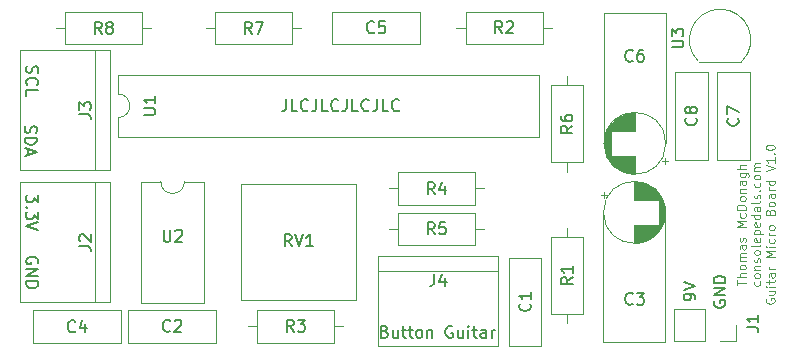
<source format=gbr>
G04 #@! TF.GenerationSoftware,KiCad,Pcbnew,(5.1.7)-1*
G04 #@! TF.CreationDate,2021-11-25T13:16:34-06:00*
G04 #@! TF.ProjectId,GuitarMicroBoard,47756974-6172-44d6-9963-726f426f6172,rev?*
G04 #@! TF.SameCoordinates,Original*
G04 #@! TF.FileFunction,Legend,Top*
G04 #@! TF.FilePolarity,Positive*
%FSLAX46Y46*%
G04 Gerber Fmt 4.6, Leading zero omitted, Abs format (unit mm)*
G04 Created by KiCad (PCBNEW (5.1.7)-1) date 2021-11-25 13:16:34*
%MOMM*%
%LPD*%
G01*
G04 APERTURE LIST*
%ADD10C,0.150000*%
%ADD11C,0.100000*%
%ADD12C,0.120000*%
G04 APERTURE END LIST*
D10*
X143208952Y-98131380D02*
X143208952Y-98845666D01*
X143161333Y-98988523D01*
X143066095Y-99083761D01*
X142923238Y-99131380D01*
X142828000Y-99131380D01*
X144161333Y-99131380D02*
X143685142Y-99131380D01*
X143685142Y-98131380D01*
X145066095Y-99036142D02*
X145018476Y-99083761D01*
X144875619Y-99131380D01*
X144780380Y-99131380D01*
X144637523Y-99083761D01*
X144542285Y-98988523D01*
X144494666Y-98893285D01*
X144447047Y-98702809D01*
X144447047Y-98559952D01*
X144494666Y-98369476D01*
X144542285Y-98274238D01*
X144637523Y-98179000D01*
X144780380Y-98131380D01*
X144875619Y-98131380D01*
X145018476Y-98179000D01*
X145066095Y-98226619D01*
X145780380Y-98131380D02*
X145780380Y-98845666D01*
X145732761Y-98988523D01*
X145637523Y-99083761D01*
X145494666Y-99131380D01*
X145399428Y-99131380D01*
X146732761Y-99131380D02*
X146256571Y-99131380D01*
X146256571Y-98131380D01*
X147637523Y-99036142D02*
X147589904Y-99083761D01*
X147447047Y-99131380D01*
X147351809Y-99131380D01*
X147208952Y-99083761D01*
X147113714Y-98988523D01*
X147066095Y-98893285D01*
X147018476Y-98702809D01*
X147018476Y-98559952D01*
X147066095Y-98369476D01*
X147113714Y-98274238D01*
X147208952Y-98179000D01*
X147351809Y-98131380D01*
X147447047Y-98131380D01*
X147589904Y-98179000D01*
X147637523Y-98226619D01*
X148351809Y-98131380D02*
X148351809Y-98845666D01*
X148304190Y-98988523D01*
X148208952Y-99083761D01*
X148066095Y-99131380D01*
X147970857Y-99131380D01*
X149304190Y-99131380D02*
X148828000Y-99131380D01*
X148828000Y-98131380D01*
X150208952Y-99036142D02*
X150161333Y-99083761D01*
X150018476Y-99131380D01*
X149923238Y-99131380D01*
X149780380Y-99083761D01*
X149685142Y-98988523D01*
X149637523Y-98893285D01*
X149589904Y-98702809D01*
X149589904Y-98559952D01*
X149637523Y-98369476D01*
X149685142Y-98274238D01*
X149780380Y-98179000D01*
X149923238Y-98131380D01*
X150018476Y-98131380D01*
X150161333Y-98179000D01*
X150208952Y-98226619D01*
X150923238Y-98131380D02*
X150923238Y-98845666D01*
X150875619Y-98988523D01*
X150780380Y-99083761D01*
X150637523Y-99131380D01*
X150542285Y-99131380D01*
X151875619Y-99131380D02*
X151399428Y-99131380D01*
X151399428Y-98131380D01*
X152780380Y-99036142D02*
X152732761Y-99083761D01*
X152589904Y-99131380D01*
X152494666Y-99131380D01*
X152351809Y-99083761D01*
X152256571Y-98988523D01*
X152208952Y-98893285D01*
X152161333Y-98702809D01*
X152161333Y-98559952D01*
X152208952Y-98369476D01*
X152256571Y-98274238D01*
X152351809Y-98179000D01*
X152494666Y-98131380D01*
X152589904Y-98131380D01*
X152732761Y-98179000D01*
X152780380Y-98226619D01*
X121134238Y-100385714D02*
X121086619Y-100528571D01*
X121086619Y-100766666D01*
X121134238Y-100861904D01*
X121181857Y-100909523D01*
X121277095Y-100957142D01*
X121372333Y-100957142D01*
X121467571Y-100909523D01*
X121515190Y-100861904D01*
X121562809Y-100766666D01*
X121610428Y-100576190D01*
X121658047Y-100480952D01*
X121705666Y-100433333D01*
X121800904Y-100385714D01*
X121896142Y-100385714D01*
X121991380Y-100433333D01*
X122039000Y-100480952D01*
X122086619Y-100576190D01*
X122086619Y-100814285D01*
X122039000Y-100957142D01*
X121086619Y-101385714D02*
X122086619Y-101385714D01*
X122086619Y-101623809D01*
X122039000Y-101766666D01*
X121943761Y-101861904D01*
X121848523Y-101909523D01*
X121658047Y-101957142D01*
X121515190Y-101957142D01*
X121324714Y-101909523D01*
X121229476Y-101861904D01*
X121134238Y-101766666D01*
X121086619Y-101623809D01*
X121086619Y-101385714D01*
X121372333Y-102338095D02*
X121372333Y-102814285D01*
X121086619Y-102242857D02*
X122086619Y-102576190D01*
X121086619Y-102909523D01*
X121261238Y-95329523D02*
X121213619Y-95472380D01*
X121213619Y-95710476D01*
X121261238Y-95805714D01*
X121308857Y-95853333D01*
X121404095Y-95900952D01*
X121499333Y-95900952D01*
X121594571Y-95853333D01*
X121642190Y-95805714D01*
X121689809Y-95710476D01*
X121737428Y-95520000D01*
X121785047Y-95424761D01*
X121832666Y-95377142D01*
X121927904Y-95329523D01*
X122023142Y-95329523D01*
X122118380Y-95377142D01*
X122166000Y-95424761D01*
X122213619Y-95520000D01*
X122213619Y-95758095D01*
X122166000Y-95900952D01*
X121308857Y-96900952D02*
X121261238Y-96853333D01*
X121213619Y-96710476D01*
X121213619Y-96615238D01*
X121261238Y-96472380D01*
X121356476Y-96377142D01*
X121451714Y-96329523D01*
X121642190Y-96281904D01*
X121785047Y-96281904D01*
X121975523Y-96329523D01*
X122070761Y-96377142D01*
X122166000Y-96472380D01*
X122213619Y-96615238D01*
X122213619Y-96710476D01*
X122166000Y-96853333D01*
X122118380Y-96900952D01*
X121213619Y-97805714D02*
X121213619Y-97329523D01*
X122213619Y-97329523D01*
X122166000Y-112014095D02*
X122213619Y-111918857D01*
X122213619Y-111776000D01*
X122166000Y-111633142D01*
X122070761Y-111537904D01*
X121975523Y-111490285D01*
X121785047Y-111442666D01*
X121642190Y-111442666D01*
X121451714Y-111490285D01*
X121356476Y-111537904D01*
X121261238Y-111633142D01*
X121213619Y-111776000D01*
X121213619Y-111871238D01*
X121261238Y-112014095D01*
X121308857Y-112061714D01*
X121642190Y-112061714D01*
X121642190Y-111871238D01*
X121213619Y-112490285D02*
X122213619Y-112490285D01*
X121213619Y-113061714D01*
X122213619Y-113061714D01*
X121213619Y-113537904D02*
X122213619Y-113537904D01*
X122213619Y-113776000D01*
X122166000Y-113918857D01*
X122070761Y-114014095D01*
X121975523Y-114061714D01*
X121785047Y-114109333D01*
X121642190Y-114109333D01*
X121451714Y-114061714D01*
X121356476Y-114014095D01*
X121261238Y-113918857D01*
X121213619Y-113776000D01*
X121213619Y-113537904D01*
X122213619Y-106219809D02*
X122213619Y-106838857D01*
X121832666Y-106505523D01*
X121832666Y-106648380D01*
X121785047Y-106743619D01*
X121737428Y-106791238D01*
X121642190Y-106838857D01*
X121404095Y-106838857D01*
X121308857Y-106791238D01*
X121261238Y-106743619D01*
X121213619Y-106648380D01*
X121213619Y-106362666D01*
X121261238Y-106267428D01*
X121308857Y-106219809D01*
X121308857Y-107267428D02*
X121261238Y-107315047D01*
X121213619Y-107267428D01*
X121261238Y-107219809D01*
X121308857Y-107267428D01*
X121213619Y-107267428D01*
X122213619Y-107648380D02*
X122213619Y-108267428D01*
X121832666Y-107934095D01*
X121832666Y-108076952D01*
X121785047Y-108172190D01*
X121737428Y-108219809D01*
X121642190Y-108267428D01*
X121404095Y-108267428D01*
X121308857Y-108219809D01*
X121261238Y-108172190D01*
X121213619Y-108076952D01*
X121213619Y-107791238D01*
X121261238Y-107696000D01*
X121308857Y-107648380D01*
X122213619Y-108553142D02*
X121213619Y-108886476D01*
X122213619Y-109219809D01*
X157273809Y-117356000D02*
X157178571Y-117308380D01*
X157035714Y-117308380D01*
X156892857Y-117356000D01*
X156797619Y-117451238D01*
X156750000Y-117546476D01*
X156702380Y-117736952D01*
X156702380Y-117879809D01*
X156750000Y-118070285D01*
X156797619Y-118165523D01*
X156892857Y-118260761D01*
X157035714Y-118308380D01*
X157130952Y-118308380D01*
X157273809Y-118260761D01*
X157321428Y-118213142D01*
X157321428Y-117879809D01*
X157130952Y-117879809D01*
X158178571Y-117641714D02*
X158178571Y-118308380D01*
X157750000Y-117641714D02*
X157750000Y-118165523D01*
X157797619Y-118260761D01*
X157892857Y-118308380D01*
X158035714Y-118308380D01*
X158130952Y-118260761D01*
X158178571Y-118213142D01*
X158654761Y-118308380D02*
X158654761Y-117641714D01*
X158654761Y-117308380D02*
X158607142Y-117356000D01*
X158654761Y-117403619D01*
X158702380Y-117356000D01*
X158654761Y-117308380D01*
X158654761Y-117403619D01*
X158988095Y-117641714D02*
X159369047Y-117641714D01*
X159130952Y-117308380D02*
X159130952Y-118165523D01*
X159178571Y-118260761D01*
X159273809Y-118308380D01*
X159369047Y-118308380D01*
X160130952Y-118308380D02*
X160130952Y-117784571D01*
X160083333Y-117689333D01*
X159988095Y-117641714D01*
X159797619Y-117641714D01*
X159702380Y-117689333D01*
X160130952Y-118260761D02*
X160035714Y-118308380D01*
X159797619Y-118308380D01*
X159702380Y-118260761D01*
X159654761Y-118165523D01*
X159654761Y-118070285D01*
X159702380Y-117975047D01*
X159797619Y-117927428D01*
X160035714Y-117927428D01*
X160130952Y-117879809D01*
X160607142Y-118308380D02*
X160607142Y-117641714D01*
X160607142Y-117832190D02*
X160654761Y-117736952D01*
X160702380Y-117689333D01*
X160797619Y-117641714D01*
X160892857Y-117641714D01*
X151558857Y-117784571D02*
X151701714Y-117832190D01*
X151749333Y-117879809D01*
X151796952Y-117975047D01*
X151796952Y-118117904D01*
X151749333Y-118213142D01*
X151701714Y-118260761D01*
X151606476Y-118308380D01*
X151225523Y-118308380D01*
X151225523Y-117308380D01*
X151558857Y-117308380D01*
X151654095Y-117356000D01*
X151701714Y-117403619D01*
X151749333Y-117498857D01*
X151749333Y-117594095D01*
X151701714Y-117689333D01*
X151654095Y-117736952D01*
X151558857Y-117784571D01*
X151225523Y-117784571D01*
X152654095Y-117641714D02*
X152654095Y-118308380D01*
X152225523Y-117641714D02*
X152225523Y-118165523D01*
X152273142Y-118260761D01*
X152368380Y-118308380D01*
X152511238Y-118308380D01*
X152606476Y-118260761D01*
X152654095Y-118213142D01*
X152987428Y-117641714D02*
X153368380Y-117641714D01*
X153130285Y-117308380D02*
X153130285Y-118165523D01*
X153177904Y-118260761D01*
X153273142Y-118308380D01*
X153368380Y-118308380D01*
X153558857Y-117641714D02*
X153939809Y-117641714D01*
X153701714Y-117308380D02*
X153701714Y-118165523D01*
X153749333Y-118260761D01*
X153844571Y-118308380D01*
X153939809Y-118308380D01*
X154416000Y-118308380D02*
X154320761Y-118260761D01*
X154273142Y-118213142D01*
X154225523Y-118117904D01*
X154225523Y-117832190D01*
X154273142Y-117736952D01*
X154320761Y-117689333D01*
X154416000Y-117641714D01*
X154558857Y-117641714D01*
X154654095Y-117689333D01*
X154701714Y-117736952D01*
X154749333Y-117832190D01*
X154749333Y-118117904D01*
X154701714Y-118213142D01*
X154654095Y-118260761D01*
X154558857Y-118308380D01*
X154416000Y-118308380D01*
X155177904Y-117641714D02*
X155177904Y-118308380D01*
X155177904Y-117736952D02*
X155225523Y-117689333D01*
X155320761Y-117641714D01*
X155463619Y-117641714D01*
X155558857Y-117689333D01*
X155606476Y-117784571D01*
X155606476Y-118308380D01*
X179459000Y-115188904D02*
X179411380Y-115284142D01*
X179411380Y-115427000D01*
X179459000Y-115569857D01*
X179554238Y-115665095D01*
X179649476Y-115712714D01*
X179839952Y-115760333D01*
X179982809Y-115760333D01*
X180173285Y-115712714D01*
X180268523Y-115665095D01*
X180363761Y-115569857D01*
X180411380Y-115427000D01*
X180411380Y-115331761D01*
X180363761Y-115188904D01*
X180316142Y-115141285D01*
X179982809Y-115141285D01*
X179982809Y-115331761D01*
X180411380Y-114712714D02*
X179411380Y-114712714D01*
X180411380Y-114141285D01*
X179411380Y-114141285D01*
X180411380Y-113665095D02*
X179411380Y-113665095D01*
X179411380Y-113427000D01*
X179459000Y-113284142D01*
X179554238Y-113188904D01*
X179649476Y-113141285D01*
X179839952Y-113093666D01*
X179982809Y-113093666D01*
X180173285Y-113141285D01*
X180268523Y-113188904D01*
X180363761Y-113284142D01*
X180411380Y-113427000D01*
X180411380Y-113665095D01*
X177871380Y-115046047D02*
X177871380Y-114855571D01*
X177823761Y-114760333D01*
X177776142Y-114712714D01*
X177633285Y-114617476D01*
X177442809Y-114569857D01*
X177061857Y-114569857D01*
X176966619Y-114617476D01*
X176919000Y-114665095D01*
X176871380Y-114760333D01*
X176871380Y-114950809D01*
X176919000Y-115046047D01*
X176966619Y-115093666D01*
X177061857Y-115141285D01*
X177299952Y-115141285D01*
X177395190Y-115093666D01*
X177442809Y-115046047D01*
X177490428Y-114950809D01*
X177490428Y-114760333D01*
X177442809Y-114665095D01*
X177395190Y-114617476D01*
X177299952Y-114569857D01*
X176871380Y-114284142D02*
X177871380Y-113950809D01*
X176871380Y-113617476D01*
D11*
X181371285Y-113854857D02*
X181371285Y-113426285D01*
X182121285Y-113640571D02*
X181371285Y-113640571D01*
X182121285Y-113176285D02*
X181371285Y-113176285D01*
X182121285Y-112854857D02*
X181728428Y-112854857D01*
X181657000Y-112890571D01*
X181621285Y-112962000D01*
X181621285Y-113069142D01*
X181657000Y-113140571D01*
X181692714Y-113176285D01*
X182121285Y-112390571D02*
X182085571Y-112462000D01*
X182049857Y-112497714D01*
X181978428Y-112533428D01*
X181764142Y-112533428D01*
X181692714Y-112497714D01*
X181657000Y-112462000D01*
X181621285Y-112390571D01*
X181621285Y-112283428D01*
X181657000Y-112212000D01*
X181692714Y-112176285D01*
X181764142Y-112140571D01*
X181978428Y-112140571D01*
X182049857Y-112176285D01*
X182085571Y-112212000D01*
X182121285Y-112283428D01*
X182121285Y-112390571D01*
X182121285Y-111819142D02*
X181621285Y-111819142D01*
X181692714Y-111819142D02*
X181657000Y-111783428D01*
X181621285Y-111712000D01*
X181621285Y-111604857D01*
X181657000Y-111533428D01*
X181728428Y-111497714D01*
X182121285Y-111497714D01*
X181728428Y-111497714D02*
X181657000Y-111462000D01*
X181621285Y-111390571D01*
X181621285Y-111283428D01*
X181657000Y-111212000D01*
X181728428Y-111176285D01*
X182121285Y-111176285D01*
X182121285Y-110497714D02*
X181728428Y-110497714D01*
X181657000Y-110533428D01*
X181621285Y-110604857D01*
X181621285Y-110747714D01*
X181657000Y-110819142D01*
X182085571Y-110497714D02*
X182121285Y-110569142D01*
X182121285Y-110747714D01*
X182085571Y-110819142D01*
X182014142Y-110854857D01*
X181942714Y-110854857D01*
X181871285Y-110819142D01*
X181835571Y-110747714D01*
X181835571Y-110569142D01*
X181799857Y-110497714D01*
X182085571Y-110176285D02*
X182121285Y-110104857D01*
X182121285Y-109962000D01*
X182085571Y-109890571D01*
X182014142Y-109854857D01*
X181978428Y-109854857D01*
X181907000Y-109890571D01*
X181871285Y-109962000D01*
X181871285Y-110069142D01*
X181835571Y-110140571D01*
X181764142Y-110176285D01*
X181728428Y-110176285D01*
X181657000Y-110140571D01*
X181621285Y-110069142D01*
X181621285Y-109962000D01*
X181657000Y-109890571D01*
X182121285Y-108962000D02*
X181371285Y-108962000D01*
X181907000Y-108712000D01*
X181371285Y-108462000D01*
X182121285Y-108462000D01*
X182085571Y-107783428D02*
X182121285Y-107854857D01*
X182121285Y-107997714D01*
X182085571Y-108069142D01*
X182049857Y-108104857D01*
X181978428Y-108140571D01*
X181764142Y-108140571D01*
X181692714Y-108104857D01*
X181657000Y-108069142D01*
X181621285Y-107997714D01*
X181621285Y-107854857D01*
X181657000Y-107783428D01*
X182121285Y-107462000D02*
X181371285Y-107462000D01*
X181371285Y-107283428D01*
X181407000Y-107176285D01*
X181478428Y-107104857D01*
X181549857Y-107069142D01*
X181692714Y-107033428D01*
X181799857Y-107033428D01*
X181942714Y-107069142D01*
X182014142Y-107104857D01*
X182085571Y-107176285D01*
X182121285Y-107283428D01*
X182121285Y-107462000D01*
X182121285Y-106604857D02*
X182085571Y-106676285D01*
X182049857Y-106712000D01*
X181978428Y-106747714D01*
X181764142Y-106747714D01*
X181692714Y-106712000D01*
X181657000Y-106676285D01*
X181621285Y-106604857D01*
X181621285Y-106497714D01*
X181657000Y-106426285D01*
X181692714Y-106390571D01*
X181764142Y-106354857D01*
X181978428Y-106354857D01*
X182049857Y-106390571D01*
X182085571Y-106426285D01*
X182121285Y-106497714D01*
X182121285Y-106604857D01*
X181621285Y-106033428D02*
X182121285Y-106033428D01*
X181692714Y-106033428D02*
X181657000Y-105997714D01*
X181621285Y-105926285D01*
X181621285Y-105819142D01*
X181657000Y-105747714D01*
X181728428Y-105712000D01*
X182121285Y-105712000D01*
X182121285Y-105033428D02*
X181728428Y-105033428D01*
X181657000Y-105069142D01*
X181621285Y-105140571D01*
X181621285Y-105283428D01*
X181657000Y-105354857D01*
X182085571Y-105033428D02*
X182121285Y-105104857D01*
X182121285Y-105283428D01*
X182085571Y-105354857D01*
X182014142Y-105390571D01*
X181942714Y-105390571D01*
X181871285Y-105354857D01*
X181835571Y-105283428D01*
X181835571Y-105104857D01*
X181799857Y-105033428D01*
X181621285Y-104354857D02*
X182228428Y-104354857D01*
X182299857Y-104390571D01*
X182335571Y-104426285D01*
X182371285Y-104497714D01*
X182371285Y-104604857D01*
X182335571Y-104676285D01*
X182085571Y-104354857D02*
X182121285Y-104426285D01*
X182121285Y-104569142D01*
X182085571Y-104640571D01*
X182049857Y-104676285D01*
X181978428Y-104712000D01*
X181764142Y-104712000D01*
X181692714Y-104676285D01*
X181657000Y-104640571D01*
X181621285Y-104569142D01*
X181621285Y-104426285D01*
X181657000Y-104354857D01*
X182121285Y-103997714D02*
X181371285Y-103997714D01*
X182121285Y-103676285D02*
X181728428Y-103676285D01*
X181657000Y-103712000D01*
X181621285Y-103783428D01*
X181621285Y-103890571D01*
X181657000Y-103962000D01*
X181692714Y-103997714D01*
X183310571Y-113551285D02*
X183346285Y-113622714D01*
X183346285Y-113765571D01*
X183310571Y-113837000D01*
X183274857Y-113872714D01*
X183203428Y-113908428D01*
X182989142Y-113908428D01*
X182917714Y-113872714D01*
X182882000Y-113837000D01*
X182846285Y-113765571D01*
X182846285Y-113622714D01*
X182882000Y-113551285D01*
X183346285Y-113122714D02*
X183310571Y-113194142D01*
X183274857Y-113229857D01*
X183203428Y-113265571D01*
X182989142Y-113265571D01*
X182917714Y-113229857D01*
X182882000Y-113194142D01*
X182846285Y-113122714D01*
X182846285Y-113015571D01*
X182882000Y-112944142D01*
X182917714Y-112908428D01*
X182989142Y-112872714D01*
X183203428Y-112872714D01*
X183274857Y-112908428D01*
X183310571Y-112944142D01*
X183346285Y-113015571D01*
X183346285Y-113122714D01*
X182846285Y-112551285D02*
X183346285Y-112551285D01*
X182917714Y-112551285D02*
X182882000Y-112515571D01*
X182846285Y-112444142D01*
X182846285Y-112337000D01*
X182882000Y-112265571D01*
X182953428Y-112229857D01*
X183346285Y-112229857D01*
X183310571Y-111908428D02*
X183346285Y-111837000D01*
X183346285Y-111694142D01*
X183310571Y-111622714D01*
X183239142Y-111587000D01*
X183203428Y-111587000D01*
X183132000Y-111622714D01*
X183096285Y-111694142D01*
X183096285Y-111801285D01*
X183060571Y-111872714D01*
X182989142Y-111908428D01*
X182953428Y-111908428D01*
X182882000Y-111872714D01*
X182846285Y-111801285D01*
X182846285Y-111694142D01*
X182882000Y-111622714D01*
X183346285Y-111158428D02*
X183310571Y-111229857D01*
X183274857Y-111265571D01*
X183203428Y-111301285D01*
X182989142Y-111301285D01*
X182917714Y-111265571D01*
X182882000Y-111229857D01*
X182846285Y-111158428D01*
X182846285Y-111051285D01*
X182882000Y-110979857D01*
X182917714Y-110944142D01*
X182989142Y-110908428D01*
X183203428Y-110908428D01*
X183274857Y-110944142D01*
X183310571Y-110979857D01*
X183346285Y-111051285D01*
X183346285Y-111158428D01*
X183346285Y-110479857D02*
X183310571Y-110551285D01*
X183239142Y-110587000D01*
X182596285Y-110587000D01*
X183310571Y-109908428D02*
X183346285Y-109979857D01*
X183346285Y-110122714D01*
X183310571Y-110194142D01*
X183239142Y-110229857D01*
X182953428Y-110229857D01*
X182882000Y-110194142D01*
X182846285Y-110122714D01*
X182846285Y-109979857D01*
X182882000Y-109908428D01*
X182953428Y-109872714D01*
X183024857Y-109872714D01*
X183096285Y-110229857D01*
X182846285Y-109551285D02*
X183596285Y-109551285D01*
X182882000Y-109551285D02*
X182846285Y-109479857D01*
X182846285Y-109337000D01*
X182882000Y-109265571D01*
X182917714Y-109229857D01*
X182989142Y-109194142D01*
X183203428Y-109194142D01*
X183274857Y-109229857D01*
X183310571Y-109265571D01*
X183346285Y-109337000D01*
X183346285Y-109479857D01*
X183310571Y-109551285D01*
X183310571Y-108587000D02*
X183346285Y-108658428D01*
X183346285Y-108801285D01*
X183310571Y-108872714D01*
X183239142Y-108908428D01*
X182953428Y-108908428D01*
X182882000Y-108872714D01*
X182846285Y-108801285D01*
X182846285Y-108658428D01*
X182882000Y-108587000D01*
X182953428Y-108551285D01*
X183024857Y-108551285D01*
X183096285Y-108908428D01*
X183346285Y-107908428D02*
X182596285Y-107908428D01*
X183310571Y-107908428D02*
X183346285Y-107979857D01*
X183346285Y-108122714D01*
X183310571Y-108194142D01*
X183274857Y-108229857D01*
X183203428Y-108265571D01*
X182989142Y-108265571D01*
X182917714Y-108229857D01*
X182882000Y-108194142D01*
X182846285Y-108122714D01*
X182846285Y-107979857D01*
X182882000Y-107908428D01*
X183346285Y-107229857D02*
X182953428Y-107229857D01*
X182882000Y-107265571D01*
X182846285Y-107337000D01*
X182846285Y-107479857D01*
X182882000Y-107551285D01*
X183310571Y-107229857D02*
X183346285Y-107301285D01*
X183346285Y-107479857D01*
X183310571Y-107551285D01*
X183239142Y-107587000D01*
X183167714Y-107587000D01*
X183096285Y-107551285D01*
X183060571Y-107479857D01*
X183060571Y-107301285D01*
X183024857Y-107229857D01*
X183346285Y-106765571D02*
X183310571Y-106837000D01*
X183239142Y-106872714D01*
X182596285Y-106872714D01*
X183310571Y-106515571D02*
X183346285Y-106444142D01*
X183346285Y-106301285D01*
X183310571Y-106229857D01*
X183239142Y-106194142D01*
X183203428Y-106194142D01*
X183132000Y-106229857D01*
X183096285Y-106301285D01*
X183096285Y-106408428D01*
X183060571Y-106479857D01*
X182989142Y-106515571D01*
X182953428Y-106515571D01*
X182882000Y-106479857D01*
X182846285Y-106408428D01*
X182846285Y-106301285D01*
X182882000Y-106229857D01*
X183274857Y-105872714D02*
X183310571Y-105837000D01*
X183346285Y-105872714D01*
X183310571Y-105908428D01*
X183274857Y-105872714D01*
X183346285Y-105872714D01*
X183310571Y-105194142D02*
X183346285Y-105265571D01*
X183346285Y-105408428D01*
X183310571Y-105479857D01*
X183274857Y-105515571D01*
X183203428Y-105551285D01*
X182989142Y-105551285D01*
X182917714Y-105515571D01*
X182882000Y-105479857D01*
X182846285Y-105408428D01*
X182846285Y-105265571D01*
X182882000Y-105194142D01*
X183346285Y-104765571D02*
X183310571Y-104837000D01*
X183274857Y-104872714D01*
X183203428Y-104908428D01*
X182989142Y-104908428D01*
X182917714Y-104872714D01*
X182882000Y-104837000D01*
X182846285Y-104765571D01*
X182846285Y-104658428D01*
X182882000Y-104587000D01*
X182917714Y-104551285D01*
X182989142Y-104515571D01*
X183203428Y-104515571D01*
X183274857Y-104551285D01*
X183310571Y-104587000D01*
X183346285Y-104658428D01*
X183346285Y-104765571D01*
X183346285Y-104194142D02*
X182846285Y-104194142D01*
X182917714Y-104194142D02*
X182882000Y-104158428D01*
X182846285Y-104087000D01*
X182846285Y-103979857D01*
X182882000Y-103908428D01*
X182953428Y-103872714D01*
X183346285Y-103872714D01*
X182953428Y-103872714D02*
X182882000Y-103837000D01*
X182846285Y-103765571D01*
X182846285Y-103658428D01*
X182882000Y-103587000D01*
X182953428Y-103551285D01*
X183346285Y-103551285D01*
X183857000Y-115015571D02*
X183821285Y-115087000D01*
X183821285Y-115194142D01*
X183857000Y-115301285D01*
X183928428Y-115372714D01*
X183999857Y-115408428D01*
X184142714Y-115444142D01*
X184249857Y-115444142D01*
X184392714Y-115408428D01*
X184464142Y-115372714D01*
X184535571Y-115301285D01*
X184571285Y-115194142D01*
X184571285Y-115122714D01*
X184535571Y-115015571D01*
X184499857Y-114979857D01*
X184249857Y-114979857D01*
X184249857Y-115122714D01*
X184071285Y-114337000D02*
X184571285Y-114337000D01*
X184071285Y-114658428D02*
X184464142Y-114658428D01*
X184535571Y-114622714D01*
X184571285Y-114551285D01*
X184571285Y-114444142D01*
X184535571Y-114372714D01*
X184499857Y-114337000D01*
X184571285Y-113979857D02*
X184071285Y-113979857D01*
X183821285Y-113979857D02*
X183857000Y-114015571D01*
X183892714Y-113979857D01*
X183857000Y-113944142D01*
X183821285Y-113979857D01*
X183892714Y-113979857D01*
X184071285Y-113729857D02*
X184071285Y-113444142D01*
X183821285Y-113622714D02*
X184464142Y-113622714D01*
X184535571Y-113587000D01*
X184571285Y-113515571D01*
X184571285Y-113444142D01*
X184571285Y-112872714D02*
X184178428Y-112872714D01*
X184107000Y-112908428D01*
X184071285Y-112979857D01*
X184071285Y-113122714D01*
X184107000Y-113194142D01*
X184535571Y-112872714D02*
X184571285Y-112944142D01*
X184571285Y-113122714D01*
X184535571Y-113194142D01*
X184464142Y-113229857D01*
X184392714Y-113229857D01*
X184321285Y-113194142D01*
X184285571Y-113122714D01*
X184285571Y-112944142D01*
X184249857Y-112872714D01*
X184571285Y-112515571D02*
X184071285Y-112515571D01*
X184214142Y-112515571D02*
X184142714Y-112479857D01*
X184107000Y-112444142D01*
X184071285Y-112372714D01*
X184071285Y-112301285D01*
X184571285Y-111479857D02*
X183821285Y-111479857D01*
X184357000Y-111229857D01*
X183821285Y-110979857D01*
X184571285Y-110979857D01*
X184571285Y-110622714D02*
X184071285Y-110622714D01*
X183821285Y-110622714D02*
X183857000Y-110658428D01*
X183892714Y-110622714D01*
X183857000Y-110587000D01*
X183821285Y-110622714D01*
X183892714Y-110622714D01*
X184535571Y-109944142D02*
X184571285Y-110015571D01*
X184571285Y-110158428D01*
X184535571Y-110229857D01*
X184499857Y-110265571D01*
X184428428Y-110301285D01*
X184214142Y-110301285D01*
X184142714Y-110265571D01*
X184107000Y-110229857D01*
X184071285Y-110158428D01*
X184071285Y-110015571D01*
X184107000Y-109944142D01*
X184571285Y-109622714D02*
X184071285Y-109622714D01*
X184214142Y-109622714D02*
X184142714Y-109587000D01*
X184107000Y-109551285D01*
X184071285Y-109479857D01*
X184071285Y-109408428D01*
X184571285Y-109051285D02*
X184535571Y-109122714D01*
X184499857Y-109158428D01*
X184428428Y-109194142D01*
X184214142Y-109194142D01*
X184142714Y-109158428D01*
X184107000Y-109122714D01*
X184071285Y-109051285D01*
X184071285Y-108944142D01*
X184107000Y-108872714D01*
X184142714Y-108837000D01*
X184214142Y-108801285D01*
X184428428Y-108801285D01*
X184499857Y-108837000D01*
X184535571Y-108872714D01*
X184571285Y-108944142D01*
X184571285Y-109051285D01*
X184178428Y-107658428D02*
X184214142Y-107551285D01*
X184249857Y-107515571D01*
X184321285Y-107479857D01*
X184428428Y-107479857D01*
X184499857Y-107515571D01*
X184535571Y-107551285D01*
X184571285Y-107622714D01*
X184571285Y-107908428D01*
X183821285Y-107908428D01*
X183821285Y-107658428D01*
X183857000Y-107587000D01*
X183892714Y-107551285D01*
X183964142Y-107515571D01*
X184035571Y-107515571D01*
X184107000Y-107551285D01*
X184142714Y-107587000D01*
X184178428Y-107658428D01*
X184178428Y-107908428D01*
X184571285Y-107051285D02*
X184535571Y-107122714D01*
X184499857Y-107158428D01*
X184428428Y-107194142D01*
X184214142Y-107194142D01*
X184142714Y-107158428D01*
X184107000Y-107122714D01*
X184071285Y-107051285D01*
X184071285Y-106944142D01*
X184107000Y-106872714D01*
X184142714Y-106837000D01*
X184214142Y-106801285D01*
X184428428Y-106801285D01*
X184499857Y-106837000D01*
X184535571Y-106872714D01*
X184571285Y-106944142D01*
X184571285Y-107051285D01*
X184571285Y-106158428D02*
X184178428Y-106158428D01*
X184107000Y-106194142D01*
X184071285Y-106265571D01*
X184071285Y-106408428D01*
X184107000Y-106479857D01*
X184535571Y-106158428D02*
X184571285Y-106229857D01*
X184571285Y-106408428D01*
X184535571Y-106479857D01*
X184464142Y-106515571D01*
X184392714Y-106515571D01*
X184321285Y-106479857D01*
X184285571Y-106408428D01*
X184285571Y-106229857D01*
X184249857Y-106158428D01*
X184571285Y-105801285D02*
X184071285Y-105801285D01*
X184214142Y-105801285D02*
X184142714Y-105765571D01*
X184107000Y-105729857D01*
X184071285Y-105658428D01*
X184071285Y-105587000D01*
X184571285Y-105015571D02*
X183821285Y-105015571D01*
X184535571Y-105015571D02*
X184571285Y-105087000D01*
X184571285Y-105229857D01*
X184535571Y-105301285D01*
X184499857Y-105337000D01*
X184428428Y-105372714D01*
X184214142Y-105372714D01*
X184142714Y-105337000D01*
X184107000Y-105301285D01*
X184071285Y-105229857D01*
X184071285Y-105087000D01*
X184107000Y-105015571D01*
X183821285Y-104194142D02*
X184571285Y-103944142D01*
X183821285Y-103694142D01*
X184571285Y-103051285D02*
X184571285Y-103479857D01*
X184571285Y-103265571D02*
X183821285Y-103265571D01*
X183928428Y-103337000D01*
X183999857Y-103408428D01*
X184035571Y-103479857D01*
X184499857Y-102729857D02*
X184535571Y-102694142D01*
X184571285Y-102729857D01*
X184535571Y-102765571D01*
X184499857Y-102729857D01*
X184571285Y-102729857D01*
X183821285Y-102229857D02*
X183821285Y-102158428D01*
X183857000Y-102087000D01*
X183892714Y-102051285D01*
X183964142Y-102015571D01*
X184107000Y-101979857D01*
X184285571Y-101979857D01*
X184428428Y-102015571D01*
X184499857Y-102051285D01*
X184535571Y-102087000D01*
X184571285Y-102158428D01*
X184571285Y-102229857D01*
X184535571Y-102301285D01*
X184499857Y-102337000D01*
X184428428Y-102372714D01*
X184285571Y-102408428D01*
X184107000Y-102408428D01*
X183964142Y-102372714D01*
X183892714Y-102337000D01*
X183857000Y-102301285D01*
X183821285Y-102229857D01*
D12*
G04 #@! TO.C,C3*
X170084000Y-118696000D02*
X175324000Y-118696000D01*
X170084000Y-107696000D02*
X170084000Y-118696000D01*
X175324000Y-107696000D02*
X175324000Y-118696000D01*
X175324000Y-107696000D02*
G75*
G03*
X175324000Y-107696000I-2620000J0D01*
G01*
X172704000Y-108736000D02*
X172704000Y-110276000D01*
X172704000Y-105116000D02*
X172704000Y-106656000D01*
X172744000Y-108736000D02*
X172744000Y-110276000D01*
X172744000Y-105116000D02*
X172744000Y-106656000D01*
X172784000Y-105117000D02*
X172784000Y-106656000D01*
X172784000Y-108736000D02*
X172784000Y-110275000D01*
X172824000Y-105118000D02*
X172824000Y-106656000D01*
X172824000Y-108736000D02*
X172824000Y-110274000D01*
X172864000Y-105120000D02*
X172864000Y-106656000D01*
X172864000Y-108736000D02*
X172864000Y-110272000D01*
X172904000Y-105123000D02*
X172904000Y-106656000D01*
X172904000Y-108736000D02*
X172904000Y-110269000D01*
X172944000Y-105127000D02*
X172944000Y-106656000D01*
X172944000Y-108736000D02*
X172944000Y-110265000D01*
X172984000Y-105131000D02*
X172984000Y-106656000D01*
X172984000Y-108736000D02*
X172984000Y-110261000D01*
X173024000Y-105135000D02*
X173024000Y-106656000D01*
X173024000Y-108736000D02*
X173024000Y-110257000D01*
X173064000Y-105140000D02*
X173064000Y-106656000D01*
X173064000Y-108736000D02*
X173064000Y-110252000D01*
X173104000Y-105146000D02*
X173104000Y-106656000D01*
X173104000Y-108736000D02*
X173104000Y-110246000D01*
X173144000Y-105153000D02*
X173144000Y-106656000D01*
X173144000Y-108736000D02*
X173144000Y-110239000D01*
X173184000Y-105160000D02*
X173184000Y-106656000D01*
X173184000Y-108736000D02*
X173184000Y-110232000D01*
X173224000Y-105168000D02*
X173224000Y-106656000D01*
X173224000Y-108736000D02*
X173224000Y-110224000D01*
X173264000Y-105176000D02*
X173264000Y-106656000D01*
X173264000Y-108736000D02*
X173264000Y-110216000D01*
X173304000Y-105185000D02*
X173304000Y-106656000D01*
X173304000Y-108736000D02*
X173304000Y-110207000D01*
X173344000Y-105195000D02*
X173344000Y-106656000D01*
X173344000Y-108736000D02*
X173344000Y-110197000D01*
X173384000Y-105205000D02*
X173384000Y-106656000D01*
X173384000Y-108736000D02*
X173384000Y-110187000D01*
X173425000Y-105216000D02*
X173425000Y-106656000D01*
X173425000Y-108736000D02*
X173425000Y-110176000D01*
X173465000Y-105228000D02*
X173465000Y-106656000D01*
X173465000Y-108736000D02*
X173465000Y-110164000D01*
X173505000Y-105241000D02*
X173505000Y-106656000D01*
X173505000Y-108736000D02*
X173505000Y-110151000D01*
X173545000Y-105254000D02*
X173545000Y-106656000D01*
X173545000Y-108736000D02*
X173545000Y-110138000D01*
X173585000Y-105268000D02*
X173585000Y-106656000D01*
X173585000Y-108736000D02*
X173585000Y-110124000D01*
X173625000Y-105282000D02*
X173625000Y-106656000D01*
X173625000Y-108736000D02*
X173625000Y-110110000D01*
X173665000Y-105298000D02*
X173665000Y-106656000D01*
X173665000Y-108736000D02*
X173665000Y-110094000D01*
X173705000Y-105314000D02*
X173705000Y-106656000D01*
X173705000Y-108736000D02*
X173705000Y-110078000D01*
X173745000Y-105331000D02*
X173745000Y-106656000D01*
X173745000Y-108736000D02*
X173745000Y-110061000D01*
X173785000Y-105348000D02*
X173785000Y-106656000D01*
X173785000Y-108736000D02*
X173785000Y-110044000D01*
X173825000Y-105367000D02*
X173825000Y-106656000D01*
X173825000Y-108736000D02*
X173825000Y-110025000D01*
X173865000Y-105386000D02*
X173865000Y-106656000D01*
X173865000Y-108736000D02*
X173865000Y-110006000D01*
X173905000Y-105406000D02*
X173905000Y-106656000D01*
X173905000Y-108736000D02*
X173905000Y-109986000D01*
X173945000Y-105428000D02*
X173945000Y-106656000D01*
X173945000Y-108736000D02*
X173945000Y-109964000D01*
X173985000Y-105449000D02*
X173985000Y-106656000D01*
X173985000Y-108736000D02*
X173985000Y-109943000D01*
X174025000Y-105472000D02*
X174025000Y-106656000D01*
X174025000Y-108736000D02*
X174025000Y-109920000D01*
X174065000Y-105496000D02*
X174065000Y-106656000D01*
X174065000Y-108736000D02*
X174065000Y-109896000D01*
X174105000Y-105521000D02*
X174105000Y-106656000D01*
X174105000Y-108736000D02*
X174105000Y-109871000D01*
X174145000Y-105547000D02*
X174145000Y-106656000D01*
X174145000Y-108736000D02*
X174145000Y-109845000D01*
X174185000Y-105574000D02*
X174185000Y-106656000D01*
X174185000Y-108736000D02*
X174185000Y-109818000D01*
X174225000Y-105601000D02*
X174225000Y-106656000D01*
X174225000Y-108736000D02*
X174225000Y-109791000D01*
X174265000Y-105631000D02*
X174265000Y-106656000D01*
X174265000Y-108736000D02*
X174265000Y-109761000D01*
X174305000Y-105661000D02*
X174305000Y-106656000D01*
X174305000Y-108736000D02*
X174305000Y-109731000D01*
X174345000Y-105692000D02*
X174345000Y-106656000D01*
X174345000Y-108736000D02*
X174345000Y-109700000D01*
X174385000Y-105725000D02*
X174385000Y-106656000D01*
X174385000Y-108736000D02*
X174385000Y-109667000D01*
X174425000Y-105759000D02*
X174425000Y-106656000D01*
X174425000Y-108736000D02*
X174425000Y-109633000D01*
X174465000Y-105795000D02*
X174465000Y-106656000D01*
X174465000Y-108736000D02*
X174465000Y-109597000D01*
X174505000Y-105832000D02*
X174505000Y-106656000D01*
X174505000Y-108736000D02*
X174505000Y-109560000D01*
X174545000Y-105870000D02*
X174545000Y-106656000D01*
X174545000Y-108736000D02*
X174545000Y-109522000D01*
X174585000Y-105911000D02*
X174585000Y-106656000D01*
X174585000Y-108736000D02*
X174585000Y-109481000D01*
X174625000Y-105953000D02*
X174625000Y-106656000D01*
X174625000Y-108736000D02*
X174625000Y-109439000D01*
X174665000Y-105997000D02*
X174665000Y-106656000D01*
X174665000Y-108736000D02*
X174665000Y-109395000D01*
X174705000Y-106043000D02*
X174705000Y-106656000D01*
X174705000Y-108736000D02*
X174705000Y-109349000D01*
X174745000Y-106091000D02*
X174745000Y-109301000D01*
X174785000Y-106142000D02*
X174785000Y-109250000D01*
X174825000Y-106196000D02*
X174825000Y-109196000D01*
X174865000Y-106253000D02*
X174865000Y-109139000D01*
X174905000Y-106313000D02*
X174905000Y-109079000D01*
X174945000Y-106377000D02*
X174945000Y-109015000D01*
X174985000Y-106445000D02*
X174985000Y-108947000D01*
X175025000Y-106518000D02*
X175025000Y-108874000D01*
X175065000Y-106598000D02*
X175065000Y-108794000D01*
X175105000Y-106685000D02*
X175105000Y-108707000D01*
X175145000Y-106781000D02*
X175145000Y-108611000D01*
X175185000Y-106891000D02*
X175185000Y-108501000D01*
X175225000Y-107019000D02*
X175225000Y-108373000D01*
X175265000Y-107178000D02*
X175265000Y-108214000D01*
X175305000Y-107412000D02*
X175305000Y-107980000D01*
X169899225Y-106221000D02*
X170399225Y-106221000D01*
X170149225Y-105971000D02*
X170149225Y-106471000D01*
G04 #@! TO.C,C6*
X175290775Y-103579000D02*
X175290775Y-103079000D01*
X175540775Y-103329000D02*
X175040775Y-103329000D01*
X170135000Y-102138000D02*
X170135000Y-101570000D01*
X170175000Y-102372000D02*
X170175000Y-101336000D01*
X170215000Y-102531000D02*
X170215000Y-101177000D01*
X170255000Y-102659000D02*
X170255000Y-101049000D01*
X170295000Y-102769000D02*
X170295000Y-100939000D01*
X170335000Y-102865000D02*
X170335000Y-100843000D01*
X170375000Y-102952000D02*
X170375000Y-100756000D01*
X170415000Y-103032000D02*
X170415000Y-100676000D01*
X170455000Y-103105000D02*
X170455000Y-100603000D01*
X170495000Y-103173000D02*
X170495000Y-100535000D01*
X170535000Y-103237000D02*
X170535000Y-100471000D01*
X170575000Y-103297000D02*
X170575000Y-100411000D01*
X170615000Y-103354000D02*
X170615000Y-100354000D01*
X170655000Y-103408000D02*
X170655000Y-100300000D01*
X170695000Y-103459000D02*
X170695000Y-100249000D01*
X170735000Y-100814000D02*
X170735000Y-100201000D01*
X170735000Y-103507000D02*
X170735000Y-102894000D01*
X170775000Y-100814000D02*
X170775000Y-100155000D01*
X170775000Y-103553000D02*
X170775000Y-102894000D01*
X170815000Y-100814000D02*
X170815000Y-100111000D01*
X170815000Y-103597000D02*
X170815000Y-102894000D01*
X170855000Y-100814000D02*
X170855000Y-100069000D01*
X170855000Y-103639000D02*
X170855000Y-102894000D01*
X170895000Y-100814000D02*
X170895000Y-100028000D01*
X170895000Y-103680000D02*
X170895000Y-102894000D01*
X170935000Y-100814000D02*
X170935000Y-99990000D01*
X170935000Y-103718000D02*
X170935000Y-102894000D01*
X170975000Y-100814000D02*
X170975000Y-99953000D01*
X170975000Y-103755000D02*
X170975000Y-102894000D01*
X171015000Y-100814000D02*
X171015000Y-99917000D01*
X171015000Y-103791000D02*
X171015000Y-102894000D01*
X171055000Y-100814000D02*
X171055000Y-99883000D01*
X171055000Y-103825000D02*
X171055000Y-102894000D01*
X171095000Y-100814000D02*
X171095000Y-99850000D01*
X171095000Y-103858000D02*
X171095000Y-102894000D01*
X171135000Y-100814000D02*
X171135000Y-99819000D01*
X171135000Y-103889000D02*
X171135000Y-102894000D01*
X171175000Y-100814000D02*
X171175000Y-99789000D01*
X171175000Y-103919000D02*
X171175000Y-102894000D01*
X171215000Y-100814000D02*
X171215000Y-99759000D01*
X171215000Y-103949000D02*
X171215000Y-102894000D01*
X171255000Y-100814000D02*
X171255000Y-99732000D01*
X171255000Y-103976000D02*
X171255000Y-102894000D01*
X171295000Y-100814000D02*
X171295000Y-99705000D01*
X171295000Y-104003000D02*
X171295000Y-102894000D01*
X171335000Y-100814000D02*
X171335000Y-99679000D01*
X171335000Y-104029000D02*
X171335000Y-102894000D01*
X171375000Y-100814000D02*
X171375000Y-99654000D01*
X171375000Y-104054000D02*
X171375000Y-102894000D01*
X171415000Y-100814000D02*
X171415000Y-99630000D01*
X171415000Y-104078000D02*
X171415000Y-102894000D01*
X171455000Y-100814000D02*
X171455000Y-99607000D01*
X171455000Y-104101000D02*
X171455000Y-102894000D01*
X171495000Y-100814000D02*
X171495000Y-99586000D01*
X171495000Y-104122000D02*
X171495000Y-102894000D01*
X171535000Y-100814000D02*
X171535000Y-99564000D01*
X171535000Y-104144000D02*
X171535000Y-102894000D01*
X171575000Y-100814000D02*
X171575000Y-99544000D01*
X171575000Y-104164000D02*
X171575000Y-102894000D01*
X171615000Y-100814000D02*
X171615000Y-99525000D01*
X171615000Y-104183000D02*
X171615000Y-102894000D01*
X171655000Y-100814000D02*
X171655000Y-99506000D01*
X171655000Y-104202000D02*
X171655000Y-102894000D01*
X171695000Y-100814000D02*
X171695000Y-99489000D01*
X171695000Y-104219000D02*
X171695000Y-102894000D01*
X171735000Y-100814000D02*
X171735000Y-99472000D01*
X171735000Y-104236000D02*
X171735000Y-102894000D01*
X171775000Y-100814000D02*
X171775000Y-99456000D01*
X171775000Y-104252000D02*
X171775000Y-102894000D01*
X171815000Y-100814000D02*
X171815000Y-99440000D01*
X171815000Y-104268000D02*
X171815000Y-102894000D01*
X171855000Y-100814000D02*
X171855000Y-99426000D01*
X171855000Y-104282000D02*
X171855000Y-102894000D01*
X171895000Y-100814000D02*
X171895000Y-99412000D01*
X171895000Y-104296000D02*
X171895000Y-102894000D01*
X171935000Y-100814000D02*
X171935000Y-99399000D01*
X171935000Y-104309000D02*
X171935000Y-102894000D01*
X171975000Y-100814000D02*
X171975000Y-99386000D01*
X171975000Y-104322000D02*
X171975000Y-102894000D01*
X172015000Y-100814000D02*
X172015000Y-99374000D01*
X172015000Y-104334000D02*
X172015000Y-102894000D01*
X172056000Y-100814000D02*
X172056000Y-99363000D01*
X172056000Y-104345000D02*
X172056000Y-102894000D01*
X172096000Y-100814000D02*
X172096000Y-99353000D01*
X172096000Y-104355000D02*
X172096000Y-102894000D01*
X172136000Y-100814000D02*
X172136000Y-99343000D01*
X172136000Y-104365000D02*
X172136000Y-102894000D01*
X172176000Y-100814000D02*
X172176000Y-99334000D01*
X172176000Y-104374000D02*
X172176000Y-102894000D01*
X172216000Y-100814000D02*
X172216000Y-99326000D01*
X172216000Y-104382000D02*
X172216000Y-102894000D01*
X172256000Y-100814000D02*
X172256000Y-99318000D01*
X172256000Y-104390000D02*
X172256000Y-102894000D01*
X172296000Y-100814000D02*
X172296000Y-99311000D01*
X172296000Y-104397000D02*
X172296000Y-102894000D01*
X172336000Y-100814000D02*
X172336000Y-99304000D01*
X172336000Y-104404000D02*
X172336000Y-102894000D01*
X172376000Y-100814000D02*
X172376000Y-99298000D01*
X172376000Y-104410000D02*
X172376000Y-102894000D01*
X172416000Y-100814000D02*
X172416000Y-99293000D01*
X172416000Y-104415000D02*
X172416000Y-102894000D01*
X172456000Y-100814000D02*
X172456000Y-99289000D01*
X172456000Y-104419000D02*
X172456000Y-102894000D01*
X172496000Y-100814000D02*
X172496000Y-99285000D01*
X172496000Y-104423000D02*
X172496000Y-102894000D01*
X172536000Y-100814000D02*
X172536000Y-99281000D01*
X172536000Y-104427000D02*
X172536000Y-102894000D01*
X172576000Y-100814000D02*
X172576000Y-99278000D01*
X172576000Y-104430000D02*
X172576000Y-102894000D01*
X172616000Y-100814000D02*
X172616000Y-99276000D01*
X172616000Y-104432000D02*
X172616000Y-102894000D01*
X172656000Y-100814000D02*
X172656000Y-99275000D01*
X172656000Y-104433000D02*
X172656000Y-102894000D01*
X172696000Y-104434000D02*
X172696000Y-102894000D01*
X172696000Y-100814000D02*
X172696000Y-99274000D01*
X172736000Y-104434000D02*
X172736000Y-102894000D01*
X172736000Y-100814000D02*
X172736000Y-99274000D01*
X175356000Y-101854000D02*
G75*
G03*
X175356000Y-101854000I-2620000J0D01*
G01*
X170116000Y-101854000D02*
X170116000Y-90854000D01*
X175356000Y-101854000D02*
X175356000Y-90854000D01*
X175356000Y-90854000D02*
X170116000Y-90854000D01*
G04 #@! TO.C,J2*
X127000000Y-105156000D02*
X127000000Y-115316000D01*
X128270000Y-105156000D02*
X120650000Y-105156000D01*
X120650000Y-105156000D02*
X120650000Y-115316000D01*
X120650000Y-115316000D02*
X128270000Y-115316000D01*
X128270000Y-115316000D02*
X128270000Y-105156000D01*
G04 #@! TO.C,J3*
X128270000Y-104140000D02*
X128270000Y-93980000D01*
X120650000Y-104140000D02*
X128270000Y-104140000D01*
X120650000Y-93980000D02*
X120650000Y-104140000D01*
X128270000Y-93980000D02*
X120650000Y-93980000D01*
X127000000Y-93980000D02*
X127000000Y-104140000D01*
G04 #@! TO.C,J4*
X151003000Y-112649000D02*
X161163000Y-112649000D01*
X151003000Y-111379000D02*
X151003000Y-118999000D01*
X151003000Y-118999000D02*
X161163000Y-118999000D01*
X161163000Y-118999000D02*
X161163000Y-111379000D01*
X161163000Y-111379000D02*
X151003000Y-111379000D01*
G04 #@! TO.C,R1*
X165635000Y-116300000D02*
X168375000Y-116300000D01*
X168375000Y-116300000D02*
X168375000Y-109760000D01*
X168375000Y-109760000D02*
X165635000Y-109760000D01*
X165635000Y-109760000D02*
X165635000Y-116300000D01*
X167005000Y-117070000D02*
X167005000Y-116300000D01*
X167005000Y-108990000D02*
X167005000Y-109760000D01*
G04 #@! TO.C,R2*
X157631000Y-92075000D02*
X158401000Y-92075000D01*
X165711000Y-92075000D02*
X164941000Y-92075000D01*
X158401000Y-93445000D02*
X164941000Y-93445000D01*
X158401000Y-90705000D02*
X158401000Y-93445000D01*
X164941000Y-90705000D02*
X158401000Y-90705000D01*
X164941000Y-93445000D02*
X164941000Y-90705000D01*
G04 #@! TO.C,R3*
X148058000Y-117348000D02*
X147288000Y-117348000D01*
X139978000Y-117348000D02*
X140748000Y-117348000D01*
X147288000Y-115978000D02*
X140748000Y-115978000D01*
X147288000Y-118718000D02*
X147288000Y-115978000D01*
X140748000Y-118718000D02*
X147288000Y-118718000D01*
X140748000Y-115978000D02*
X140748000Y-118718000D01*
G04 #@! TO.C,R4*
X152686000Y-104294000D02*
X152686000Y-107034000D01*
X152686000Y-107034000D02*
X159226000Y-107034000D01*
X159226000Y-107034000D02*
X159226000Y-104294000D01*
X159226000Y-104294000D02*
X152686000Y-104294000D01*
X151916000Y-105664000D02*
X152686000Y-105664000D01*
X159996000Y-105664000D02*
X159226000Y-105664000D01*
G04 #@! TO.C,R5*
X159226000Y-110463000D02*
X159226000Y-107723000D01*
X159226000Y-107723000D02*
X152686000Y-107723000D01*
X152686000Y-107723000D02*
X152686000Y-110463000D01*
X152686000Y-110463000D02*
X159226000Y-110463000D01*
X159996000Y-109093000D02*
X159226000Y-109093000D01*
X151916000Y-109093000D02*
X152686000Y-109093000D01*
G04 #@! TO.C,R6*
X167005000Y-104243000D02*
X167005000Y-103473000D01*
X167005000Y-96163000D02*
X167005000Y-96933000D01*
X168375000Y-103473000D02*
X168375000Y-96933000D01*
X165635000Y-103473000D02*
X168375000Y-103473000D01*
X165635000Y-96933000D02*
X165635000Y-103473000D01*
X168375000Y-96933000D02*
X165635000Y-96933000D01*
G04 #@! TO.C,R7*
X137192000Y-90705000D02*
X137192000Y-93445000D01*
X137192000Y-93445000D02*
X143732000Y-93445000D01*
X143732000Y-93445000D02*
X143732000Y-90705000D01*
X143732000Y-90705000D02*
X137192000Y-90705000D01*
X136422000Y-92075000D02*
X137192000Y-92075000D01*
X144502000Y-92075000D02*
X143732000Y-92075000D01*
G04 #@! TO.C,R8*
X131802000Y-92075000D02*
X131032000Y-92075000D01*
X123722000Y-92075000D02*
X124492000Y-92075000D01*
X131032000Y-90705000D02*
X124492000Y-90705000D01*
X131032000Y-93445000D02*
X131032000Y-90705000D01*
X124492000Y-93445000D02*
X131032000Y-93445000D01*
X124492000Y-90705000D02*
X124492000Y-93445000D01*
G04 #@! TO.C,RV1*
X149157000Y-115109000D02*
X139387000Y-115109000D01*
X149157000Y-105339000D02*
X139387000Y-105339000D01*
X139387000Y-105339000D02*
X139387000Y-115109000D01*
X149157000Y-105339000D02*
X149157000Y-115109000D01*
G04 #@! TO.C,U1*
X128972000Y-96029000D02*
X128972000Y-97679000D01*
X164652000Y-96029000D02*
X128972000Y-96029000D01*
X164652000Y-101329000D02*
X164652000Y-96029000D01*
X128972000Y-101329000D02*
X164652000Y-101329000D01*
X128972000Y-99679000D02*
X128972000Y-101329000D01*
X128972000Y-97679000D02*
G75*
G02*
X128972000Y-99679000I0J-1000000D01*
G01*
G04 #@! TO.C,U2*
X136254000Y-105096000D02*
X134604000Y-105096000D01*
X136254000Y-115376000D02*
X136254000Y-105096000D01*
X130954000Y-115376000D02*
X136254000Y-115376000D01*
X130954000Y-105096000D02*
X130954000Y-115376000D01*
X132604000Y-105096000D02*
X130954000Y-105096000D01*
X134604000Y-105096000D02*
G75*
G02*
X132604000Y-105096000I-1000000J0D01*
G01*
G04 #@! TO.C,U3*
X178159000Y-94941000D02*
X181759000Y-94941000D01*
X178120522Y-94929478D02*
G75*
G02*
X179959000Y-90491000I1838478J1838478D01*
G01*
X181797478Y-94929478D02*
G75*
G03*
X179959000Y-90491000I-1838478J1838478D01*
G01*
G04 #@! TO.C,J1*
X181289000Y-117221000D02*
X181289000Y-118551000D01*
X181289000Y-118551000D02*
X179959000Y-118551000D01*
X178689000Y-118551000D02*
X176089000Y-118551000D01*
X176089000Y-115891000D02*
X176089000Y-118551000D01*
X178689000Y-115891000D02*
X176089000Y-115891000D01*
X178689000Y-115891000D02*
X178689000Y-118551000D01*
G04 #@! TO.C,C1*
X164819000Y-111556000D02*
X164819000Y-118996000D01*
X162079000Y-111556000D02*
X162079000Y-118996000D01*
X164819000Y-111556000D02*
X162079000Y-111556000D01*
X164819000Y-118996000D02*
X162079000Y-118996000D01*
G04 #@! TO.C,C2*
X137284000Y-115978000D02*
X137284000Y-118718000D01*
X129844000Y-115978000D02*
X129844000Y-118718000D01*
X129844000Y-118718000D02*
X137284000Y-118718000D01*
X129844000Y-115978000D02*
X137284000Y-115978000D01*
G04 #@! TO.C,C4*
X121796000Y-118718000D02*
X121796000Y-115978000D01*
X129236000Y-118718000D02*
X129236000Y-115978000D01*
X129236000Y-115978000D02*
X121796000Y-115978000D01*
X129236000Y-118718000D02*
X121796000Y-118718000D01*
G04 #@! TO.C,C5*
X147116000Y-90705000D02*
X154556000Y-90705000D01*
X147116000Y-93445000D02*
X154556000Y-93445000D01*
X147116000Y-90705000D02*
X147116000Y-93445000D01*
X154556000Y-90705000D02*
X154556000Y-93445000D01*
G04 #@! TO.C,C7*
X182472000Y-95808000D02*
X182472000Y-103248000D01*
X179732000Y-95808000D02*
X179732000Y-103248000D01*
X182472000Y-95808000D02*
X179732000Y-95808000D01*
X182472000Y-103248000D02*
X179732000Y-103248000D01*
G04 #@! TO.C,C8*
X178916000Y-103248000D02*
X176176000Y-103248000D01*
X178916000Y-95808000D02*
X176176000Y-95808000D01*
X176176000Y-95808000D02*
X176176000Y-103248000D01*
X178916000Y-95808000D02*
X178916000Y-103248000D01*
G04 #@! TO.C,C3*
D10*
X172553333Y-115419142D02*
X172505714Y-115466761D01*
X172362857Y-115514380D01*
X172267619Y-115514380D01*
X172124761Y-115466761D01*
X172029523Y-115371523D01*
X171981904Y-115276285D01*
X171934285Y-115085809D01*
X171934285Y-114942952D01*
X171981904Y-114752476D01*
X172029523Y-114657238D01*
X172124761Y-114562000D01*
X172267619Y-114514380D01*
X172362857Y-114514380D01*
X172505714Y-114562000D01*
X172553333Y-114609619D01*
X172886666Y-114514380D02*
X173505714Y-114514380D01*
X173172380Y-114895333D01*
X173315238Y-114895333D01*
X173410476Y-114942952D01*
X173458095Y-114990571D01*
X173505714Y-115085809D01*
X173505714Y-115323904D01*
X173458095Y-115419142D01*
X173410476Y-115466761D01*
X173315238Y-115514380D01*
X173029523Y-115514380D01*
X172934285Y-115466761D01*
X172886666Y-115419142D01*
G04 #@! TO.C,C6*
X172553333Y-94845142D02*
X172505714Y-94892761D01*
X172362857Y-94940380D01*
X172267619Y-94940380D01*
X172124761Y-94892761D01*
X172029523Y-94797523D01*
X171981904Y-94702285D01*
X171934285Y-94511809D01*
X171934285Y-94368952D01*
X171981904Y-94178476D01*
X172029523Y-94083238D01*
X172124761Y-93988000D01*
X172267619Y-93940380D01*
X172362857Y-93940380D01*
X172505714Y-93988000D01*
X172553333Y-94035619D01*
X173410476Y-93940380D02*
X173220000Y-93940380D01*
X173124761Y-93988000D01*
X173077142Y-94035619D01*
X172981904Y-94178476D01*
X172934285Y-94368952D01*
X172934285Y-94749904D01*
X172981904Y-94845142D01*
X173029523Y-94892761D01*
X173124761Y-94940380D01*
X173315238Y-94940380D01*
X173410476Y-94892761D01*
X173458095Y-94845142D01*
X173505714Y-94749904D01*
X173505714Y-94511809D01*
X173458095Y-94416571D01*
X173410476Y-94368952D01*
X173315238Y-94321333D01*
X173124761Y-94321333D01*
X173029523Y-94368952D01*
X172981904Y-94416571D01*
X172934285Y-94511809D01*
G04 #@! TO.C,J2*
X125690380Y-110569333D02*
X126404666Y-110569333D01*
X126547523Y-110616952D01*
X126642761Y-110712190D01*
X126690380Y-110855047D01*
X126690380Y-110950285D01*
X125785619Y-110140761D02*
X125738000Y-110093142D01*
X125690380Y-109997904D01*
X125690380Y-109759809D01*
X125738000Y-109664571D01*
X125785619Y-109616952D01*
X125880857Y-109569333D01*
X125976095Y-109569333D01*
X126118952Y-109616952D01*
X126690380Y-110188380D01*
X126690380Y-109569333D01*
G04 #@! TO.C,J3*
X125690380Y-99393333D02*
X126404666Y-99393333D01*
X126547523Y-99440952D01*
X126642761Y-99536190D01*
X126690380Y-99679047D01*
X126690380Y-99774285D01*
X125690380Y-99012380D02*
X125690380Y-98393333D01*
X126071333Y-98726666D01*
X126071333Y-98583809D01*
X126118952Y-98488571D01*
X126166571Y-98440952D01*
X126261809Y-98393333D01*
X126499904Y-98393333D01*
X126595142Y-98440952D01*
X126642761Y-98488571D01*
X126690380Y-98583809D01*
X126690380Y-98869523D01*
X126642761Y-98964761D01*
X126595142Y-99012380D01*
G04 #@! TO.C,J4*
X155749666Y-112926880D02*
X155749666Y-113641166D01*
X155702047Y-113784023D01*
X155606809Y-113879261D01*
X155463952Y-113926880D01*
X155368714Y-113926880D01*
X156654428Y-113260214D02*
X156654428Y-113926880D01*
X156416333Y-112879261D02*
X156178238Y-113593547D01*
X156797285Y-113593547D01*
G04 #@! TO.C,R1*
X167470379Y-113196666D02*
X166994189Y-113530000D01*
X167470379Y-113768095D02*
X166470379Y-113768095D01*
X166470379Y-113387142D01*
X166517999Y-113291904D01*
X166565618Y-113244285D01*
X166660856Y-113196666D01*
X166803713Y-113196666D01*
X166898951Y-113244285D01*
X166946570Y-113291904D01*
X166994189Y-113387142D01*
X166994189Y-113768095D01*
X167470379Y-112244285D02*
X167470379Y-112815714D01*
X167470379Y-112530000D02*
X166470379Y-112530000D01*
X166613237Y-112625238D01*
X166708475Y-112720476D01*
X166756094Y-112815714D01*
G04 #@! TO.C,R2*
X161504333Y-92500381D02*
X161171000Y-92024191D01*
X160932904Y-92500381D02*
X160932904Y-91500381D01*
X161313857Y-91500381D01*
X161409095Y-91548001D01*
X161456714Y-91595620D01*
X161504333Y-91690858D01*
X161504333Y-91833715D01*
X161456714Y-91928953D01*
X161409095Y-91976572D01*
X161313857Y-92024191D01*
X160932904Y-92024191D01*
X161885285Y-91595620D02*
X161932904Y-91548001D01*
X162028142Y-91500381D01*
X162266238Y-91500381D01*
X162361476Y-91548001D01*
X162409095Y-91595620D01*
X162456714Y-91690858D01*
X162456714Y-91786096D01*
X162409095Y-91928953D01*
X161837666Y-92500381D01*
X162456714Y-92500381D01*
G04 #@! TO.C,R3*
X143851333Y-117799379D02*
X143518000Y-117323189D01*
X143279904Y-117799379D02*
X143279904Y-116799379D01*
X143660857Y-116799379D01*
X143756095Y-116846999D01*
X143803714Y-116894618D01*
X143851333Y-116989856D01*
X143851333Y-117132713D01*
X143803714Y-117227951D01*
X143756095Y-117275570D01*
X143660857Y-117323189D01*
X143279904Y-117323189D01*
X144184666Y-116799379D02*
X144803714Y-116799379D01*
X144470380Y-117180332D01*
X144613238Y-117180332D01*
X144708476Y-117227951D01*
X144756095Y-117275570D01*
X144803714Y-117370808D01*
X144803714Y-117608903D01*
X144756095Y-117704141D01*
X144708476Y-117751760D01*
X144613238Y-117799379D01*
X144327523Y-117799379D01*
X144232285Y-117751760D01*
X144184666Y-117704141D01*
G04 #@! TO.C,R4*
X155789333Y-106157379D02*
X155456000Y-105681189D01*
X155217904Y-106157379D02*
X155217904Y-105157379D01*
X155598857Y-105157379D01*
X155694095Y-105204999D01*
X155741714Y-105252618D01*
X155789333Y-105347856D01*
X155789333Y-105490713D01*
X155741714Y-105585951D01*
X155694095Y-105633570D01*
X155598857Y-105681189D01*
X155217904Y-105681189D01*
X156646476Y-105490713D02*
X156646476Y-106157379D01*
X156408380Y-105109760D02*
X156170285Y-105824046D01*
X156789333Y-105824046D01*
G04 #@! TO.C,R5*
X155789333Y-109546381D02*
X155456000Y-109070191D01*
X155217904Y-109546381D02*
X155217904Y-108546381D01*
X155598857Y-108546381D01*
X155694095Y-108594001D01*
X155741714Y-108641620D01*
X155789333Y-108736858D01*
X155789333Y-108879715D01*
X155741714Y-108974953D01*
X155694095Y-109022572D01*
X155598857Y-109070191D01*
X155217904Y-109070191D01*
X156694095Y-108546381D02*
X156217904Y-108546381D01*
X156170285Y-109022572D01*
X156217904Y-108974953D01*
X156313142Y-108927334D01*
X156551238Y-108927334D01*
X156646476Y-108974953D01*
X156694095Y-109022572D01*
X156741714Y-109117810D01*
X156741714Y-109355905D01*
X156694095Y-109451143D01*
X156646476Y-109498762D01*
X156551238Y-109546381D01*
X156313142Y-109546381D01*
X156217904Y-109498762D01*
X156170285Y-109451143D01*
G04 #@! TO.C,R6*
X167444381Y-100369666D02*
X166968191Y-100703000D01*
X167444381Y-100941095D02*
X166444381Y-100941095D01*
X166444381Y-100560142D01*
X166492001Y-100464904D01*
X166539620Y-100417285D01*
X166634858Y-100369666D01*
X166777715Y-100369666D01*
X166872953Y-100417285D01*
X166920572Y-100464904D01*
X166968191Y-100560142D01*
X166968191Y-100941095D01*
X166444381Y-99512523D02*
X166444381Y-99703000D01*
X166492001Y-99798238D01*
X166539620Y-99845857D01*
X166682477Y-99941095D01*
X166872953Y-99988714D01*
X167253905Y-99988714D01*
X167349143Y-99941095D01*
X167396762Y-99893476D01*
X167444381Y-99798238D01*
X167444381Y-99607761D01*
X167396762Y-99512523D01*
X167349143Y-99464904D01*
X167253905Y-99417285D01*
X167015810Y-99417285D01*
X166920572Y-99464904D01*
X166872953Y-99512523D01*
X166825334Y-99607761D01*
X166825334Y-99798238D01*
X166872953Y-99893476D01*
X166920572Y-99941095D01*
X167015810Y-99988714D01*
G04 #@! TO.C,R7*
X140295333Y-92582379D02*
X139962000Y-92106189D01*
X139723904Y-92582379D02*
X139723904Y-91582379D01*
X140104857Y-91582379D01*
X140200095Y-91629999D01*
X140247714Y-91677618D01*
X140295333Y-91772856D01*
X140295333Y-91915713D01*
X140247714Y-92010951D01*
X140200095Y-92058570D01*
X140104857Y-92106189D01*
X139723904Y-92106189D01*
X140628666Y-91582379D02*
X141295333Y-91582379D01*
X140866761Y-92582379D01*
G04 #@! TO.C,R8*
X127595333Y-92596379D02*
X127262000Y-92120189D01*
X127023904Y-92596379D02*
X127023904Y-91596379D01*
X127404857Y-91596379D01*
X127500095Y-91643999D01*
X127547714Y-91691618D01*
X127595333Y-91786856D01*
X127595333Y-91929713D01*
X127547714Y-92024951D01*
X127500095Y-92072570D01*
X127404857Y-92120189D01*
X127023904Y-92120189D01*
X128166761Y-92024951D02*
X128071523Y-91977332D01*
X128023904Y-91929713D01*
X127976285Y-91834475D01*
X127976285Y-91786856D01*
X128023904Y-91691618D01*
X128071523Y-91643999D01*
X128166761Y-91596379D01*
X128357238Y-91596379D01*
X128452476Y-91643999D01*
X128500095Y-91691618D01*
X128547714Y-91786856D01*
X128547714Y-91834475D01*
X128500095Y-91929713D01*
X128452476Y-91977332D01*
X128357238Y-92024951D01*
X128166761Y-92024951D01*
X128071523Y-92072570D01*
X128023904Y-92120189D01*
X127976285Y-92215427D01*
X127976285Y-92405903D01*
X128023904Y-92501141D01*
X128071523Y-92548760D01*
X128166761Y-92596379D01*
X128357238Y-92596379D01*
X128452476Y-92548760D01*
X128500095Y-92501141D01*
X128547714Y-92405903D01*
X128547714Y-92215427D01*
X128500095Y-92120189D01*
X128452476Y-92072570D01*
X128357238Y-92024951D01*
G04 #@! TO.C,RV1*
X143676761Y-110561380D02*
X143343428Y-110085190D01*
X143105333Y-110561380D02*
X143105333Y-109561380D01*
X143486285Y-109561380D01*
X143581523Y-109609000D01*
X143629142Y-109656619D01*
X143676761Y-109751857D01*
X143676761Y-109894714D01*
X143629142Y-109989952D01*
X143581523Y-110037571D01*
X143486285Y-110085190D01*
X143105333Y-110085190D01*
X143962476Y-109561380D02*
X144295809Y-110561380D01*
X144629142Y-109561380D01*
X145486285Y-110561380D02*
X144914857Y-110561380D01*
X145200571Y-110561380D02*
X145200571Y-109561380D01*
X145105333Y-109704238D01*
X145010095Y-109799476D01*
X144914857Y-109847095D01*
G04 #@! TO.C,U1*
X131151380Y-99440904D02*
X131960904Y-99440904D01*
X132056142Y-99393285D01*
X132103761Y-99345666D01*
X132151380Y-99250428D01*
X132151380Y-99059952D01*
X132103761Y-98964714D01*
X132056142Y-98917095D01*
X131960904Y-98869476D01*
X131151380Y-98869476D01*
X132151380Y-97869476D02*
X132151380Y-98440904D01*
X132151380Y-98155190D02*
X131151380Y-98155190D01*
X131294238Y-98250428D01*
X131389476Y-98345666D01*
X131437095Y-98440904D01*
G04 #@! TO.C,U2*
X132842095Y-109180380D02*
X132842095Y-109989904D01*
X132889714Y-110085142D01*
X132937333Y-110132761D01*
X133032571Y-110180380D01*
X133223047Y-110180380D01*
X133318285Y-110132761D01*
X133365904Y-110085142D01*
X133413523Y-109989904D01*
X133413523Y-109180380D01*
X133842095Y-109275619D02*
X133889714Y-109228000D01*
X133984952Y-109180380D01*
X134223047Y-109180380D01*
X134318285Y-109228000D01*
X134365904Y-109275619D01*
X134413523Y-109370857D01*
X134413523Y-109466095D01*
X134365904Y-109608952D01*
X133794476Y-110180380D01*
X134413523Y-110180380D01*
G04 #@! TO.C,U3*
X175855380Y-93725904D02*
X176664904Y-93725904D01*
X176760142Y-93678285D01*
X176807761Y-93630666D01*
X176855380Y-93535428D01*
X176855380Y-93344952D01*
X176807761Y-93249714D01*
X176760142Y-93202095D01*
X176664904Y-93154476D01*
X175855380Y-93154476D01*
X175855380Y-92773523D02*
X175855380Y-92154476D01*
X176236333Y-92487809D01*
X176236333Y-92344952D01*
X176283952Y-92249714D01*
X176331571Y-92202095D01*
X176426809Y-92154476D01*
X176664904Y-92154476D01*
X176760142Y-92202095D01*
X176807761Y-92249714D01*
X176855380Y-92344952D01*
X176855380Y-92630666D01*
X176807761Y-92725904D01*
X176760142Y-92773523D01*
G04 #@! TO.C,J1*
X182205380Y-117427333D02*
X182919666Y-117427333D01*
X183062523Y-117474952D01*
X183157761Y-117570190D01*
X183205380Y-117713047D01*
X183205380Y-117808285D01*
X183205380Y-116427333D02*
X183205380Y-116998761D01*
X183205380Y-116713047D02*
X182205380Y-116713047D01*
X182348238Y-116808285D01*
X182443476Y-116903523D01*
X182491095Y-116998761D01*
G04 #@! TO.C,C1*
X163840143Y-115429665D02*
X163887762Y-115477284D01*
X163935381Y-115620141D01*
X163935381Y-115715379D01*
X163887762Y-115858237D01*
X163792524Y-115953475D01*
X163697286Y-116001094D01*
X163506810Y-116048713D01*
X163363953Y-116048713D01*
X163173477Y-116001094D01*
X163078239Y-115953475D01*
X162983001Y-115858237D01*
X162935381Y-115715379D01*
X162935381Y-115620141D01*
X162983001Y-115477284D01*
X163030620Y-115429665D01*
X163935381Y-114477284D02*
X163935381Y-115048713D01*
X163935381Y-114762999D02*
X162935381Y-114762999D01*
X163078239Y-114858237D01*
X163173477Y-114953475D01*
X163221096Y-115048713D01*
G04 #@! TO.C,C2*
X133397333Y-117705142D02*
X133349714Y-117752761D01*
X133206857Y-117800380D01*
X133111619Y-117800380D01*
X132968761Y-117752761D01*
X132873523Y-117657523D01*
X132825904Y-117562285D01*
X132778285Y-117371809D01*
X132778285Y-117228952D01*
X132825904Y-117038476D01*
X132873523Y-116943238D01*
X132968761Y-116848000D01*
X133111619Y-116800380D01*
X133206857Y-116800380D01*
X133349714Y-116848000D01*
X133397333Y-116895619D01*
X133778285Y-116895619D02*
X133825904Y-116848000D01*
X133921142Y-116800380D01*
X134159238Y-116800380D01*
X134254476Y-116848000D01*
X134302095Y-116895619D01*
X134349714Y-116990857D01*
X134349714Y-117086095D01*
X134302095Y-117228952D01*
X133730666Y-117800380D01*
X134349714Y-117800380D01*
G04 #@! TO.C,C4*
X125349333Y-117752143D02*
X125301714Y-117799762D01*
X125158857Y-117847381D01*
X125063619Y-117847381D01*
X124920761Y-117799762D01*
X124825523Y-117704524D01*
X124777904Y-117609286D01*
X124730285Y-117418810D01*
X124730285Y-117275953D01*
X124777904Y-117085477D01*
X124825523Y-116990239D01*
X124920761Y-116895001D01*
X125063619Y-116847381D01*
X125158857Y-116847381D01*
X125301714Y-116895001D01*
X125349333Y-116942620D01*
X126206476Y-117180715D02*
X126206476Y-117847381D01*
X125968380Y-116799762D02*
X125730285Y-117514048D01*
X126349333Y-117514048D01*
G04 #@! TO.C,C5*
X150669333Y-92432142D02*
X150621714Y-92479761D01*
X150478857Y-92527380D01*
X150383619Y-92527380D01*
X150240761Y-92479761D01*
X150145523Y-92384523D01*
X150097904Y-92289285D01*
X150050285Y-92098809D01*
X150050285Y-91955952D01*
X150097904Y-91765476D01*
X150145523Y-91670238D01*
X150240761Y-91575000D01*
X150383619Y-91527380D01*
X150478857Y-91527380D01*
X150621714Y-91575000D01*
X150669333Y-91622619D01*
X151574095Y-91527380D02*
X151097904Y-91527380D01*
X151050285Y-92003571D01*
X151097904Y-91955952D01*
X151193142Y-91908333D01*
X151431238Y-91908333D01*
X151526476Y-91955952D01*
X151574095Y-92003571D01*
X151621714Y-92098809D01*
X151621714Y-92336904D01*
X151574095Y-92432142D01*
X151526476Y-92479761D01*
X151431238Y-92527380D01*
X151193142Y-92527380D01*
X151097904Y-92479761D01*
X151050285Y-92432142D01*
G04 #@! TO.C,C7*
X181459142Y-99734666D02*
X181506761Y-99782285D01*
X181554380Y-99925142D01*
X181554380Y-100020380D01*
X181506761Y-100163238D01*
X181411523Y-100258476D01*
X181316285Y-100306095D01*
X181125809Y-100353714D01*
X180982952Y-100353714D01*
X180792476Y-100306095D01*
X180697238Y-100258476D01*
X180602000Y-100163238D01*
X180554380Y-100020380D01*
X180554380Y-99925142D01*
X180602000Y-99782285D01*
X180649619Y-99734666D01*
X180554380Y-99401333D02*
X180554380Y-98734666D01*
X181554380Y-99163238D01*
G04 #@! TO.C,C8*
X177903142Y-99694666D02*
X177950761Y-99742285D01*
X177998380Y-99885142D01*
X177998380Y-99980380D01*
X177950761Y-100123238D01*
X177855523Y-100218476D01*
X177760285Y-100266095D01*
X177569809Y-100313714D01*
X177426952Y-100313714D01*
X177236476Y-100266095D01*
X177141238Y-100218476D01*
X177046000Y-100123238D01*
X176998380Y-99980380D01*
X176998380Y-99885142D01*
X177046000Y-99742285D01*
X177093619Y-99694666D01*
X177426952Y-99123238D02*
X177379333Y-99218476D01*
X177331714Y-99266095D01*
X177236476Y-99313714D01*
X177188857Y-99313714D01*
X177093619Y-99266095D01*
X177046000Y-99218476D01*
X176998380Y-99123238D01*
X176998380Y-98932761D01*
X177046000Y-98837523D01*
X177093619Y-98789904D01*
X177188857Y-98742285D01*
X177236476Y-98742285D01*
X177331714Y-98789904D01*
X177379333Y-98837523D01*
X177426952Y-98932761D01*
X177426952Y-99123238D01*
X177474571Y-99218476D01*
X177522190Y-99266095D01*
X177617428Y-99313714D01*
X177807904Y-99313714D01*
X177903142Y-99266095D01*
X177950761Y-99218476D01*
X177998380Y-99123238D01*
X177998380Y-98932761D01*
X177950761Y-98837523D01*
X177903142Y-98789904D01*
X177807904Y-98742285D01*
X177617428Y-98742285D01*
X177522190Y-98789904D01*
X177474571Y-98837523D01*
X177426952Y-98932761D01*
G04 #@! TD*
M02*

</source>
